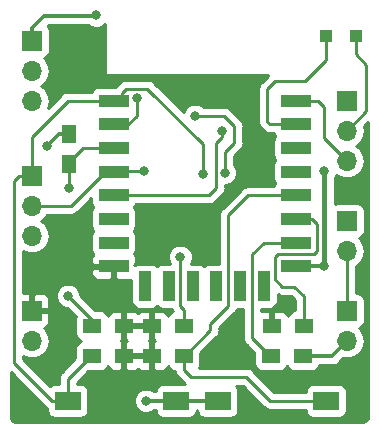
<source format=gbr>
G04 #@! TF.GenerationSoftware,KiCad,Pcbnew,(5.0.1-3-g963ef8bb5)*
G04 #@! TF.CreationDate,2019-01-23T22:51:25-05:00*
G04 #@! TF.ProjectId,WaterSpill,57617465725370696C6C2E6B69636164,rev?*
G04 #@! TF.SameCoordinates,Original*
G04 #@! TF.FileFunction,Copper,L1,Top,Signal*
G04 #@! TF.FilePolarity,Positive*
%FSLAX46Y46*%
G04 Gerber Fmt 4.6, Leading zero omitted, Abs format (unit mm)*
G04 Created by KiCad (PCBNEW (5.0.1-3-g963ef8bb5)) date Wednesday, January 23, 2019 at 10:51:25 pm*
%MOMM*%
%LPD*%
G01*
G04 APERTURE LIST*
G04 #@! TA.AperFunction,ComponentPad*
%ADD10O,1.700000X1.700000*%
G04 #@! TD*
G04 #@! TA.AperFunction,ComponentPad*
%ADD11R,1.700000X1.700000*%
G04 #@! TD*
G04 #@! TA.AperFunction,SMDPad,CuDef*
%ADD12R,1.250000X1.500000*%
G04 #@! TD*
G04 #@! TA.AperFunction,SMDPad,CuDef*
%ADD13R,1.000000X1.000000*%
G04 #@! TD*
G04 #@! TA.AperFunction,SMDPad,CuDef*
%ADD14R,1.500000X1.300000*%
G04 #@! TD*
G04 #@! TA.AperFunction,SMDPad,CuDef*
%ADD15R,2.180000X1.600000*%
G04 #@! TD*
G04 #@! TA.AperFunction,SMDPad,CuDef*
%ADD16R,2.500000X1.100000*%
G04 #@! TD*
G04 #@! TA.AperFunction,SMDPad,CuDef*
%ADD17R,1.100000X2.500000*%
G04 #@! TD*
G04 #@! TA.AperFunction,ViaPad*
%ADD18C,0.800000*%
G04 #@! TD*
G04 #@! TA.AperFunction,Conductor*
%ADD19C,0.350000*%
G04 #@! TD*
G04 #@! TA.AperFunction,Conductor*
%ADD20C,0.450000*%
G04 #@! TD*
G04 #@! TA.AperFunction,Conductor*
%ADD21C,0.250000*%
G04 #@! TD*
G04 #@! TA.AperFunction,Conductor*
%ADD22C,0.254000*%
G04 #@! TD*
G04 APERTURE END LIST*
D10*
G04 #@! TO.P,BT1,2*
G04 #@! TO.N,GND*
X30480000Y-45720000D03*
D11*
G04 #@! TO.P,BT1,1*
G04 #@! TO.N,VCC*
X30480000Y-43180000D03*
G04 #@! TD*
D12*
G04 #@! TO.P,C1,2*
G04 #@! TO.N,GND*
X33655000Y-28214000D03*
G04 #@! TO.P,C1,1*
G04 #@! TO.N,Net-(C1-Pad1)*
X33655000Y-30714000D03*
G04 #@! TD*
D13*
G04 #@! TO.P,D1,2*
G04 #@! TO.N,RXD*
X55392000Y-19939000D03*
G04 #@! TO.P,D1,1*
G04 #@! TO.N,Net-(D1-Pad1)*
X57892000Y-19939000D03*
G04 #@! TD*
D10*
G04 #@! TO.P,J1,3*
G04 #@! TO.N,TXD*
X57150000Y-30480000D03*
G04 #@! TO.P,J1,2*
G04 #@! TO.N,Net-(D1-Pad1)*
X57150000Y-27940000D03*
D11*
G04 #@! TO.P,J1,1*
G04 #@! TO.N,GND*
X57150000Y-25400000D03*
G04 #@! TD*
D10*
G04 #@! TO.P,J2,2*
G04 #@! TO.N,GND*
X57150000Y-45720000D03*
D11*
G04 #@! TO.P,J2,1*
G04 #@! TO.N,Net-(J2-Pad1)*
X57150000Y-43180000D03*
G04 #@! TD*
D10*
G04 #@! TO.P,J3,3*
G04 #@! TO.N,Net-(J3-Pad3)*
X30480000Y-25400000D03*
G04 #@! TO.P,J3,2*
G04 #@! TO.N,ADC*
X30480000Y-22860000D03*
D11*
G04 #@! TO.P,J3,1*
G04 #@! TO.N,GND*
X30480000Y-20320000D03*
G04 #@! TD*
G04 #@! TO.P,J4,1*
G04 #@! TO.N,RESET*
X30480000Y-31750000D03*
D10*
G04 #@! TO.P,J4,2*
G04 #@! TO.N,GPIO_16*
X30480000Y-34290000D03*
G04 #@! TO.P,J4,3*
G04 #@! TO.N,Net-(J4-Pad3)*
X30480000Y-36830000D03*
G04 #@! TD*
D11*
G04 #@! TO.P,J5,1*
G04 #@! TO.N,Net-(J5-Pad1)*
X57150000Y-35560000D03*
D10*
G04 #@! TO.P,J5,2*
G04 #@! TO.N,Net-(J2-Pad1)*
X57150000Y-38100000D03*
G04 #@! TD*
D14*
G04 #@! TO.P,R1,2*
G04 #@! TO.N,Net-(C1-Pad1)*
X35560000Y-44450000D03*
G04 #@! TO.P,R1,1*
G04 #@! TO.N,VCC*
X38260000Y-44450000D03*
G04 #@! TD*
G04 #@! TO.P,R2,1*
G04 #@! TO.N,VCC*
X38260000Y-46990000D03*
G04 #@! TO.P,R2,2*
G04 #@! TO.N,RESET*
X35560000Y-46990000D03*
G04 #@! TD*
G04 #@! TO.P,R3,2*
G04 #@! TO.N,GPIO_16*
X43340000Y-44450000D03*
G04 #@! TO.P,R3,1*
G04 #@! TO.N,VCC*
X40640000Y-44450000D03*
G04 #@! TD*
G04 #@! TO.P,R4,2*
G04 #@! TO.N,GPIO_0*
X43340000Y-46990000D03*
G04 #@! TO.P,R4,1*
G04 #@! TO.N,VCC*
X40640000Y-46990000D03*
G04 #@! TD*
G04 #@! TO.P,R5,2*
G04 #@! TO.N,Net-(R5-Pad2)*
X53500000Y-44450000D03*
G04 #@! TO.P,R5,1*
G04 #@! TO.N,VCC*
X50800000Y-44450000D03*
G04 #@! TD*
G04 #@! TO.P,R6,1*
G04 #@! TO.N,Net-(R6-Pad1)*
X50720000Y-46990000D03*
G04 #@! TO.P,R6,2*
G04 #@! TO.N,GND*
X53420000Y-46990000D03*
G04 #@! TD*
D15*
G04 #@! TO.P,SW1,2*
G04 #@! TO.N,GND*
X46210000Y-50800000D03*
G04 #@! TO.P,SW1,1*
G04 #@! TO.N,GPIO_0*
X55390000Y-50800000D03*
G04 #@! TD*
G04 #@! TO.P,SW2,1*
G04 #@! TO.N,RESET*
X33510000Y-50800000D03*
G04 #@! TO.P,SW2,2*
G04 #@! TO.N,GND*
X42690000Y-50800000D03*
G04 #@! TD*
D16*
G04 #@! TO.P,U1,1*
G04 #@! TO.N,RESET*
X37400000Y-25400000D03*
G04 #@! TO.P,U1,2*
G04 #@! TO.N,ADC*
X37400000Y-27400000D03*
G04 #@! TO.P,U1,3*
G04 #@! TO.N,Net-(C1-Pad1)*
X37400000Y-29400000D03*
G04 #@! TO.P,U1,4*
G04 #@! TO.N,GPIO_16*
X37400000Y-31400000D03*
G04 #@! TO.P,U1,5*
G04 #@! TO.N,GPIO_14*
X37400000Y-33400000D03*
G04 #@! TO.P,U1,6*
G04 #@! TO.N,Net-(U1-Pad6)*
X37400000Y-35400000D03*
G04 #@! TO.P,U1,7*
G04 #@! TO.N,Net-(U1-Pad7)*
X37400000Y-37400000D03*
G04 #@! TO.P,U1,8*
G04 #@! TO.N,VCC*
X37400000Y-39400000D03*
G04 #@! TO.P,U1,9*
G04 #@! TO.N,GND*
X52800000Y-39400000D03*
G04 #@! TO.P,U1,10*
G04 #@! TO.N,Net-(R6-Pad1)*
X52800000Y-37400000D03*
G04 #@! TO.P,U1,11*
G04 #@! TO.N,Net-(R5-Pad2)*
X52800000Y-35400000D03*
G04 #@! TO.P,U1,12*
G04 #@! TO.N,GPIO_0*
X52800000Y-33400000D03*
G04 #@! TO.P,U1,13*
G04 #@! TO.N,Net-(U1-Pad13)*
X52800000Y-31400000D03*
G04 #@! TO.P,U1,14*
G04 #@! TO.N,Net-(U1-Pad14)*
X52800000Y-29400000D03*
G04 #@! TO.P,U1,15*
G04 #@! TO.N,RXD*
X52800000Y-27400000D03*
G04 #@! TO.P,U1,16*
G04 #@! TO.N,TXD*
X52800000Y-25400000D03*
D17*
G04 #@! TO.P,U1,17*
G04 #@! TO.N,Net-(U1-Pad17)*
X40090000Y-41100000D03*
G04 #@! TO.P,U1,18*
G04 #@! TO.N,Net-(U1-Pad18)*
X42090000Y-41100000D03*
G04 #@! TO.P,U1,19*
G04 #@! TO.N,Net-(U1-Pad19)*
X44090000Y-41100000D03*
G04 #@! TO.P,U1,20*
G04 #@! TO.N,Net-(U1-Pad20)*
X46090000Y-41100000D03*
G04 #@! TO.P,U1,21*
G04 #@! TO.N,Net-(U1-Pad21)*
X48090000Y-41100000D03*
G04 #@! TO.P,U1,22*
G04 #@! TO.N,Net-(U1-Pad22)*
X50090000Y-41100000D03*
G04 #@! TD*
D18*
G04 #@! TO.N,GND*
X40132000Y-50800000D03*
X35941000Y-18161000D03*
X31750000Y-29210000D03*
X55245000Y-31369000D03*
X55245000Y-39370000D03*
G04 #@! TO.N,VCC*
X45085000Y-38100000D03*
X46990000Y-44958000D03*
X52070000Y-42291000D03*
X45720000Y-24384000D03*
G04 #@! TO.N,Net-(C1-Pad1)*
X33655000Y-32766000D03*
X33528000Y-41910000D03*
G04 #@! TO.N,GPIO_14*
X46609000Y-27940000D03*
G04 #@! TO.N,ADC*
X39370000Y-25146000D03*
G04 #@! TO.N,RESET*
X44958000Y-31623000D03*
G04 #@! TO.N,GPIO_16*
X43053000Y-38608000D03*
X40005000Y-31369000D03*
G04 #@! TO.N,Net-(U2-Pad13)*
X44323000Y-26670000D03*
X46826000Y-31496000D03*
G04 #@! TD*
D19*
G04 #@! TO.N,GND*
X44030000Y-50800000D02*
X46210000Y-50800000D01*
X42690000Y-50800000D02*
X44030000Y-50800000D01*
X55880000Y-46990000D02*
X57150000Y-45720000D01*
X53420000Y-46990000D02*
X55880000Y-46990000D01*
X42690000Y-50800000D02*
X40132000Y-50800000D01*
X52100000Y-39400000D02*
X55088000Y-39400000D01*
X30480000Y-19220000D02*
X31496000Y-18204000D01*
X30480000Y-20320000D02*
X30480000Y-19220000D01*
X35898000Y-18204000D02*
X35941000Y-18161000D01*
X31496000Y-18204000D02*
X35898000Y-18204000D01*
X32746000Y-28214000D02*
X31750000Y-29210000D01*
X33655000Y-28214000D02*
X32746000Y-28214000D01*
D20*
X55245000Y-31369000D02*
X55245000Y-38735000D01*
X55245000Y-38735000D02*
X55245000Y-39370000D01*
D19*
G04 #@! TO.N,VCC*
X45085000Y-38100000D02*
X44685001Y-37700001D01*
D21*
G04 #@! TO.N,Net-(C1-Pad1)*
X33655000Y-30589000D02*
X33655000Y-30714000D01*
X34844000Y-29400000D02*
X33655000Y-30589000D01*
X38100000Y-29400000D02*
X34844000Y-29400000D01*
X33655000Y-30714000D02*
X33655000Y-32766000D01*
X35560000Y-43942000D02*
X35560000Y-44450000D01*
X33528000Y-41910000D02*
X35560000Y-43942000D01*
G04 #@! TO.N,GPIO_14*
X43054000Y-33400000D02*
X38100000Y-33400000D01*
X45467000Y-33400000D02*
X43054000Y-33400000D01*
X46609000Y-28505685D02*
X46101000Y-29013685D01*
X46609000Y-27940000D02*
X46609000Y-28505685D01*
X46101000Y-32766000D02*
X45467000Y-33400000D01*
X46101000Y-29013685D02*
X46101000Y-32766000D01*
G04 #@! TO.N,ADC*
X38100000Y-27400000D02*
X38640000Y-27400000D01*
X38640000Y-27400000D02*
X39370000Y-26670000D01*
X39370000Y-26670000D02*
X39370000Y-25146000D01*
G04 #@! TO.N,RXD*
X50419000Y-24384000D02*
X51054000Y-23749000D01*
X55392000Y-21951000D02*
X55392000Y-19939000D01*
X51054000Y-23749000D02*
X53594000Y-23749000D01*
X50641000Y-27400000D02*
X50419000Y-27178000D01*
X53594000Y-23749000D02*
X55392000Y-21951000D01*
X50419000Y-27178000D02*
X50419000Y-24384000D01*
X52100000Y-27400000D02*
X50641000Y-27400000D01*
G04 #@! TO.N,Net-(D1-Pad1)*
X58801000Y-26289000D02*
X57150000Y-27940000D01*
X58801000Y-26289000D02*
X58801000Y-22352000D01*
X57892000Y-21443000D02*
X57892000Y-19939000D01*
X58801000Y-22352000D02*
X57892000Y-21443000D01*
G04 #@! TO.N,TXD*
X53185002Y-25400000D02*
X52100000Y-25400000D01*
X54737000Y-25400000D02*
X52100000Y-25400000D01*
X55245000Y-25908000D02*
X54737000Y-25400000D01*
X55245000Y-28575000D02*
X55245000Y-25908000D01*
X57150000Y-30480000D02*
X55245000Y-28575000D01*
G04 #@! TO.N,Net-(J2-Pad1)*
X57150000Y-43180000D02*
X57150000Y-38100000D01*
G04 #@! TO.N,RESET*
X28956000Y-47586000D02*
X28956000Y-32174000D01*
X29380000Y-31750000D02*
X30480000Y-31750000D01*
X32170000Y-50800000D02*
X28956000Y-47586000D01*
X28956000Y-32174000D02*
X29380000Y-31750000D01*
X33510000Y-50800000D02*
X32170000Y-50800000D01*
X35460000Y-46990000D02*
X35560000Y-46990000D01*
X33510000Y-48940000D02*
X35460000Y-46990000D01*
X33510000Y-50800000D02*
X33510000Y-48940000D01*
X33528000Y-25400000D02*
X38100000Y-25400000D01*
X30480000Y-28448000D02*
X33528000Y-25400000D01*
X30480000Y-31750000D02*
X30480000Y-28448000D01*
X38100000Y-24765000D02*
X38100000Y-25400000D01*
X40259000Y-24384000D02*
X38481000Y-24384000D01*
X38481000Y-24384000D02*
X38100000Y-24765000D01*
X44958000Y-29083000D02*
X40259000Y-24384000D01*
X44958000Y-31623000D02*
X44958000Y-29083000D01*
G04 #@! TO.N,GPIO_16*
X38131000Y-31369000D02*
X38100000Y-31400000D01*
X40005000Y-31369000D02*
X38131000Y-31369000D01*
X33782000Y-34290000D02*
X36672000Y-31400000D01*
X36672000Y-31400000D02*
X38100000Y-31400000D01*
X30480000Y-34290000D02*
X33782000Y-34290000D01*
X43053000Y-42799000D02*
X43340000Y-43086000D01*
X43340000Y-43086000D02*
X43340000Y-44450000D01*
X43053000Y-38608000D02*
X43053000Y-42799000D01*
G04 #@! TO.N,GPIO_0*
X43340000Y-48166000D02*
X43340000Y-46990000D01*
X43942000Y-48768000D02*
X43340000Y-48166000D01*
X48641000Y-48768000D02*
X43942000Y-48768000D01*
X50673000Y-50800000D02*
X48641000Y-48768000D01*
X55390000Y-50800000D02*
X50673000Y-50800000D01*
X52100000Y-33400000D02*
X48769000Y-33400000D01*
X48769000Y-33400000D02*
X47117000Y-35052000D01*
X47117000Y-35052000D02*
X47117000Y-42799000D01*
X47117000Y-42799000D02*
X45593000Y-44323000D01*
X43440000Y-46990000D02*
X43340000Y-46990000D01*
X45593000Y-44837000D02*
X43440000Y-46990000D01*
X45593000Y-44323000D02*
X45593000Y-44837000D01*
G04 #@! TO.N,Net-(R5-Pad2)*
X51054000Y-40513000D02*
X51689000Y-41148000D01*
X51308000Y-38354000D02*
X51054000Y-38608000D01*
X51054000Y-38608000D02*
X51054000Y-40513000D01*
X54610000Y-35814000D02*
X54610000Y-38100000D01*
X54356000Y-38354000D02*
X51308000Y-38354000D01*
X52705000Y-41148000D02*
X53500000Y-41943000D01*
X54610000Y-38100000D02*
X54356000Y-38354000D01*
X53500000Y-41943000D02*
X53500000Y-44450000D01*
X51689000Y-41148000D02*
X52705000Y-41148000D01*
X54196000Y-35400000D02*
X54610000Y-35814000D01*
X52100000Y-35400000D02*
X54196000Y-35400000D01*
G04 #@! TO.N,Net-(R6-Pad1)*
X52100000Y-37400000D02*
X50103000Y-37400000D01*
X50103000Y-37400000D02*
X49149000Y-38354000D01*
X50620000Y-46990000D02*
X50720000Y-46990000D01*
X49149000Y-45519000D02*
X50620000Y-46990000D01*
X49149000Y-38354000D02*
X49149000Y-45519000D01*
G04 #@! TO.N,Net-(U2-Pad13)*
X44323000Y-26670000D02*
X46736000Y-26670000D01*
X46736000Y-26670000D02*
X47625000Y-27559000D01*
X47625000Y-27559000D02*
X47625000Y-28956000D01*
X46826000Y-29755000D02*
X46826000Y-31496000D01*
X47625000Y-28956000D02*
X46826000Y-29755000D01*
G04 #@! TD*
D22*
G04 #@! TO.N,VCC*
G36*
X58955001Y-52142388D02*
X58955681Y-52145804D01*
X58935935Y-52257787D01*
X58840596Y-52422919D01*
X58694524Y-52545488D01*
X58517366Y-52609968D01*
X58492388Y-52605000D01*
X29137612Y-52605000D01*
X29134193Y-52605680D01*
X29022213Y-52585935D01*
X28857081Y-52490596D01*
X28734512Y-52344524D01*
X28670032Y-52167366D01*
X28675000Y-52142388D01*
X28675000Y-48379801D01*
X31579673Y-51284476D01*
X31622071Y-51347929D01*
X31685524Y-51390327D01*
X31685526Y-51390329D01*
X31772560Y-51448483D01*
X31772560Y-51600000D01*
X31821843Y-51847765D01*
X31962191Y-52057809D01*
X32172235Y-52198157D01*
X32420000Y-52247440D01*
X34600000Y-52247440D01*
X34847765Y-52198157D01*
X35057809Y-52057809D01*
X35198157Y-51847765D01*
X35247440Y-51600000D01*
X35247440Y-50000000D01*
X35198157Y-49752235D01*
X35057809Y-49542191D01*
X34847765Y-49401843D01*
X34600000Y-49352560D01*
X34270000Y-49352560D01*
X34270000Y-49254801D01*
X35237362Y-48287440D01*
X36310000Y-48287440D01*
X36557765Y-48238157D01*
X36767809Y-48097809D01*
X36908157Y-47887765D01*
X36913721Y-47859791D01*
X36971673Y-47999699D01*
X37150302Y-48178327D01*
X37383691Y-48275000D01*
X37974250Y-48275000D01*
X38133000Y-48116250D01*
X38133000Y-47117000D01*
X38387000Y-47117000D01*
X38387000Y-48116250D01*
X38545750Y-48275000D01*
X39136309Y-48275000D01*
X39369698Y-48178327D01*
X39450000Y-48098025D01*
X39530302Y-48178327D01*
X39763691Y-48275000D01*
X40354250Y-48275000D01*
X40513000Y-48116250D01*
X40513000Y-47117000D01*
X38387000Y-47117000D01*
X38133000Y-47117000D01*
X38113000Y-47117000D01*
X38113000Y-46863000D01*
X38133000Y-46863000D01*
X38133000Y-45863750D01*
X37989250Y-45720000D01*
X38133000Y-45576250D01*
X38133000Y-44577000D01*
X38387000Y-44577000D01*
X38387000Y-45576250D01*
X38530750Y-45720000D01*
X38387000Y-45863750D01*
X38387000Y-46863000D01*
X40513000Y-46863000D01*
X40513000Y-45863750D01*
X40369250Y-45720000D01*
X40513000Y-45576250D01*
X40513000Y-44577000D01*
X38387000Y-44577000D01*
X38133000Y-44577000D01*
X38113000Y-44577000D01*
X38113000Y-44323000D01*
X38133000Y-44323000D01*
X38133000Y-43323750D01*
X38387000Y-43323750D01*
X38387000Y-44323000D01*
X40513000Y-44323000D01*
X40513000Y-43323750D01*
X40354250Y-43165000D01*
X39763691Y-43165000D01*
X39530302Y-43261673D01*
X39450000Y-43341975D01*
X39369698Y-43261673D01*
X39136309Y-43165000D01*
X38545750Y-43165000D01*
X38387000Y-43323750D01*
X38133000Y-43323750D01*
X37974250Y-43165000D01*
X37383691Y-43165000D01*
X37150302Y-43261673D01*
X36971673Y-43440301D01*
X36913721Y-43580209D01*
X36908157Y-43552235D01*
X36767809Y-43342191D01*
X36557765Y-43201843D01*
X36310000Y-43152560D01*
X35845362Y-43152560D01*
X34563000Y-41870199D01*
X34563000Y-41704126D01*
X34405431Y-41323720D01*
X34114280Y-41032569D01*
X33733874Y-40875000D01*
X33322126Y-40875000D01*
X32941720Y-41032569D01*
X32650569Y-41323720D01*
X32493000Y-41704126D01*
X32493000Y-42115874D01*
X32650569Y-42496280D01*
X32941720Y-42787431D01*
X33322126Y-42945000D01*
X33488199Y-42945000D01*
X34192530Y-43649331D01*
X34162560Y-43800000D01*
X34162560Y-45100000D01*
X34211843Y-45347765D01*
X34352191Y-45557809D01*
X34562235Y-45698157D01*
X34672048Y-45720000D01*
X34562235Y-45741843D01*
X34352191Y-45882191D01*
X34211843Y-46092235D01*
X34162560Y-46340000D01*
X34162560Y-47212638D01*
X33025528Y-48349671D01*
X32962072Y-48392071D01*
X32919672Y-48455527D01*
X32919671Y-48455528D01*
X32794097Y-48643463D01*
X32735112Y-48940000D01*
X32750001Y-49014852D01*
X32750001Y-49352560D01*
X32420000Y-49352560D01*
X32172235Y-49401843D01*
X31977059Y-49532256D01*
X29716000Y-47271199D01*
X29716000Y-46995505D01*
X29900582Y-47118839D01*
X30333744Y-47205000D01*
X30626256Y-47205000D01*
X31059418Y-47118839D01*
X31550625Y-46790625D01*
X31878839Y-46299418D01*
X31994092Y-45720000D01*
X31878839Y-45140582D01*
X31550625Y-44649375D01*
X31528967Y-44634904D01*
X31689698Y-44568327D01*
X31868327Y-44389699D01*
X31965000Y-44156310D01*
X31965000Y-43465750D01*
X31806250Y-43307000D01*
X30607000Y-43307000D01*
X30607000Y-43327000D01*
X30353000Y-43327000D01*
X30353000Y-43307000D01*
X30333000Y-43307000D01*
X30333000Y-43053000D01*
X30353000Y-43053000D01*
X30353000Y-41853750D01*
X30607000Y-41853750D01*
X30607000Y-43053000D01*
X31806250Y-43053000D01*
X31965000Y-42894250D01*
X31965000Y-42203690D01*
X31868327Y-41970301D01*
X31689698Y-41791673D01*
X31456309Y-41695000D01*
X30765750Y-41695000D01*
X30607000Y-41853750D01*
X30353000Y-41853750D01*
X30194250Y-41695000D01*
X29716000Y-41695000D01*
X29716000Y-39685750D01*
X35515000Y-39685750D01*
X35515000Y-40076310D01*
X35611673Y-40309699D01*
X35790302Y-40488327D01*
X36023691Y-40585000D01*
X37114250Y-40585000D01*
X37273000Y-40426250D01*
X37273000Y-39527000D01*
X35673750Y-39527000D01*
X35515000Y-39685750D01*
X29716000Y-39685750D01*
X29716000Y-38105505D01*
X29900582Y-38228839D01*
X30333744Y-38315000D01*
X30626256Y-38315000D01*
X31059418Y-38228839D01*
X31550625Y-37900625D01*
X31878839Y-37409418D01*
X31994092Y-36830000D01*
X31878839Y-36250582D01*
X31550625Y-35759375D01*
X31252239Y-35560000D01*
X31550625Y-35360625D01*
X31758178Y-35050000D01*
X33707153Y-35050000D01*
X33782000Y-35064888D01*
X33856847Y-35050000D01*
X33856852Y-35050000D01*
X34078537Y-35005904D01*
X34329929Y-34837929D01*
X34372331Y-34774470D01*
X35502560Y-33644241D01*
X35502560Y-33950000D01*
X35551843Y-34197765D01*
X35686973Y-34400000D01*
X35551843Y-34602235D01*
X35502560Y-34850000D01*
X35502560Y-35950000D01*
X35551843Y-36197765D01*
X35686973Y-36400000D01*
X35551843Y-36602235D01*
X35502560Y-36850000D01*
X35502560Y-37950000D01*
X35551843Y-38197765D01*
X35692191Y-38407809D01*
X35693375Y-38408600D01*
X35611673Y-38490301D01*
X35515000Y-38723690D01*
X35515000Y-39114250D01*
X35673750Y-39273000D01*
X37273000Y-39273000D01*
X37273000Y-39253000D01*
X37527000Y-39253000D01*
X37527000Y-39273000D01*
X37547000Y-39273000D01*
X37547000Y-39527000D01*
X37527000Y-39527000D01*
X37527000Y-40426250D01*
X37685750Y-40585000D01*
X38776309Y-40585000D01*
X38892560Y-40536847D01*
X38892560Y-42350000D01*
X38941843Y-42597765D01*
X39082191Y-42807809D01*
X39292235Y-42948157D01*
X39540000Y-42997440D01*
X40640000Y-42997440D01*
X40887765Y-42948157D01*
X41090000Y-42813027D01*
X41292235Y-42948157D01*
X41540000Y-42997440D01*
X42317584Y-42997440D01*
X42337097Y-43095537D01*
X42400398Y-43190274D01*
X42342235Y-43201843D01*
X42132191Y-43342191D01*
X41991843Y-43552235D01*
X41986279Y-43580209D01*
X41928327Y-43440301D01*
X41749698Y-43261673D01*
X41516309Y-43165000D01*
X40925750Y-43165000D01*
X40767000Y-43323750D01*
X40767000Y-44323000D01*
X40787000Y-44323000D01*
X40787000Y-44577000D01*
X40767000Y-44577000D01*
X40767000Y-45576250D01*
X40910750Y-45720000D01*
X40767000Y-45863750D01*
X40767000Y-46863000D01*
X40787000Y-46863000D01*
X40787000Y-47117000D01*
X40767000Y-47117000D01*
X40767000Y-48116250D01*
X40925750Y-48275000D01*
X41516309Y-48275000D01*
X41749698Y-48178327D01*
X41928327Y-47999699D01*
X41986279Y-47859791D01*
X41991843Y-47887765D01*
X42132191Y-48097809D01*
X42342235Y-48238157D01*
X42589237Y-48287288D01*
X42624096Y-48462536D01*
X42792071Y-48713929D01*
X42855530Y-48756331D01*
X43351670Y-49252472D01*
X43394071Y-49315929D01*
X43448893Y-49352560D01*
X41600000Y-49352560D01*
X41352235Y-49401843D01*
X41142191Y-49542191D01*
X41001843Y-49752235D01*
X40954549Y-49990000D01*
X40785711Y-49990000D01*
X40718280Y-49922569D01*
X40337874Y-49765000D01*
X39926126Y-49765000D01*
X39545720Y-49922569D01*
X39254569Y-50213720D01*
X39097000Y-50594126D01*
X39097000Y-51005874D01*
X39254569Y-51386280D01*
X39545720Y-51677431D01*
X39926126Y-51835000D01*
X40337874Y-51835000D01*
X40718280Y-51677431D01*
X40785711Y-51610000D01*
X40954549Y-51610000D01*
X41001843Y-51847765D01*
X41142191Y-52057809D01*
X41352235Y-52198157D01*
X41600000Y-52247440D01*
X43780000Y-52247440D01*
X44027765Y-52198157D01*
X44237809Y-52057809D01*
X44378157Y-51847765D01*
X44425451Y-51610000D01*
X44474549Y-51610000D01*
X44521843Y-51847765D01*
X44662191Y-52057809D01*
X44872235Y-52198157D01*
X45120000Y-52247440D01*
X47300000Y-52247440D01*
X47547765Y-52198157D01*
X47757809Y-52057809D01*
X47898157Y-51847765D01*
X47947440Y-51600000D01*
X47947440Y-50000000D01*
X47898157Y-49752235D01*
X47757809Y-49542191D01*
X47736571Y-49528000D01*
X48326199Y-49528000D01*
X50082671Y-51284473D01*
X50125071Y-51347929D01*
X50376463Y-51515904D01*
X50598148Y-51560000D01*
X50598153Y-51560000D01*
X50673000Y-51574888D01*
X50747847Y-51560000D01*
X53652560Y-51560000D01*
X53652560Y-51600000D01*
X53701843Y-51847765D01*
X53842191Y-52057809D01*
X54052235Y-52198157D01*
X54300000Y-52247440D01*
X56480000Y-52247440D01*
X56727765Y-52198157D01*
X56937809Y-52057809D01*
X57078157Y-51847765D01*
X57127440Y-51600000D01*
X57127440Y-50000000D01*
X57078157Y-49752235D01*
X56937809Y-49542191D01*
X56727765Y-49401843D01*
X56480000Y-49352560D01*
X54300000Y-49352560D01*
X54052235Y-49401843D01*
X53842191Y-49542191D01*
X53701843Y-49752235D01*
X53652560Y-50000000D01*
X53652560Y-50040000D01*
X50987802Y-50040000D01*
X49231331Y-48283530D01*
X49188929Y-48220071D01*
X48937537Y-48052096D01*
X48715852Y-48008000D01*
X48715847Y-48008000D01*
X48641000Y-47993112D01*
X48566153Y-48008000D01*
X44607818Y-48008000D01*
X44688157Y-47887765D01*
X44737440Y-47640000D01*
X44737440Y-46767361D01*
X46077473Y-45427329D01*
X46140929Y-45384929D01*
X46246915Y-45226310D01*
X46308904Y-45133538D01*
X46335878Y-44997929D01*
X46353000Y-44911852D01*
X46353000Y-44911848D01*
X46367888Y-44837000D01*
X46353000Y-44762152D01*
X46353000Y-44637801D01*
X47601476Y-43389327D01*
X47664929Y-43346929D01*
X47707327Y-43283476D01*
X47707329Y-43283474D01*
X47832903Y-43095538D01*
X47832904Y-43095537D01*
X47852417Y-42997440D01*
X48389001Y-42997440D01*
X48389001Y-45444148D01*
X48374112Y-45519000D01*
X48389001Y-45593852D01*
X48433097Y-45815537D01*
X48601072Y-46066929D01*
X48664528Y-46109329D01*
X49322560Y-46767361D01*
X49322560Y-47640000D01*
X49371843Y-47887765D01*
X49512191Y-48097809D01*
X49722235Y-48238157D01*
X49970000Y-48287440D01*
X51470000Y-48287440D01*
X51717765Y-48238157D01*
X51927809Y-48097809D01*
X52068157Y-47887765D01*
X52070000Y-47878500D01*
X52071843Y-47887765D01*
X52212191Y-48097809D01*
X52422235Y-48238157D01*
X52670000Y-48287440D01*
X54170000Y-48287440D01*
X54417765Y-48238157D01*
X54627809Y-48097809D01*
X54768157Y-47887765D01*
X54785614Y-47800000D01*
X55800227Y-47800000D01*
X55880000Y-47815868D01*
X55959773Y-47800000D01*
X55959774Y-47800000D01*
X56196046Y-47753003D01*
X56463977Y-47573977D01*
X56509168Y-47506344D01*
X56842571Y-47172941D01*
X57003744Y-47205000D01*
X57296256Y-47205000D01*
X57729418Y-47118839D01*
X58220625Y-46790625D01*
X58548839Y-46299418D01*
X58664092Y-45720000D01*
X58548839Y-45140582D01*
X58220625Y-44649375D01*
X58202381Y-44637184D01*
X58247765Y-44628157D01*
X58457809Y-44487809D01*
X58598157Y-44277765D01*
X58647440Y-44030000D01*
X58647440Y-42330000D01*
X58598157Y-42082235D01*
X58457809Y-41872191D01*
X58247765Y-41731843D01*
X58000000Y-41682560D01*
X57910000Y-41682560D01*
X57910000Y-39378178D01*
X58220625Y-39170625D01*
X58548839Y-38679418D01*
X58664092Y-38100000D01*
X58548839Y-37520582D01*
X58220625Y-37029375D01*
X58202381Y-37017184D01*
X58247765Y-37008157D01*
X58457809Y-36867809D01*
X58598157Y-36657765D01*
X58647440Y-36410000D01*
X58647440Y-34710000D01*
X58598157Y-34462235D01*
X58457809Y-34252191D01*
X58247765Y-34111843D01*
X58000000Y-34062560D01*
X56300000Y-34062560D01*
X56105000Y-34101348D01*
X56105000Y-31972711D01*
X56122431Y-31955280D01*
X56244377Y-31660876D01*
X56570582Y-31878839D01*
X57003744Y-31965000D01*
X57296256Y-31965000D01*
X57729418Y-31878839D01*
X58220625Y-31550625D01*
X58548839Y-31059418D01*
X58664092Y-30480000D01*
X58548839Y-29900582D01*
X58220625Y-29409375D01*
X57922239Y-29210000D01*
X58220625Y-29010625D01*
X58548839Y-28519418D01*
X58664092Y-27940000D01*
X58591209Y-27573592D01*
X58955000Y-27209801D01*
X58955001Y-52142388D01*
X58955001Y-52142388D01*
G37*
X58955001Y-52142388D02*
X58955681Y-52145804D01*
X58935935Y-52257787D01*
X58840596Y-52422919D01*
X58694524Y-52545488D01*
X58517366Y-52609968D01*
X58492388Y-52605000D01*
X29137612Y-52605000D01*
X29134193Y-52605680D01*
X29022213Y-52585935D01*
X28857081Y-52490596D01*
X28734512Y-52344524D01*
X28670032Y-52167366D01*
X28675000Y-52142388D01*
X28675000Y-48379801D01*
X31579673Y-51284476D01*
X31622071Y-51347929D01*
X31685524Y-51390327D01*
X31685526Y-51390329D01*
X31772560Y-51448483D01*
X31772560Y-51600000D01*
X31821843Y-51847765D01*
X31962191Y-52057809D01*
X32172235Y-52198157D01*
X32420000Y-52247440D01*
X34600000Y-52247440D01*
X34847765Y-52198157D01*
X35057809Y-52057809D01*
X35198157Y-51847765D01*
X35247440Y-51600000D01*
X35247440Y-50000000D01*
X35198157Y-49752235D01*
X35057809Y-49542191D01*
X34847765Y-49401843D01*
X34600000Y-49352560D01*
X34270000Y-49352560D01*
X34270000Y-49254801D01*
X35237362Y-48287440D01*
X36310000Y-48287440D01*
X36557765Y-48238157D01*
X36767809Y-48097809D01*
X36908157Y-47887765D01*
X36913721Y-47859791D01*
X36971673Y-47999699D01*
X37150302Y-48178327D01*
X37383691Y-48275000D01*
X37974250Y-48275000D01*
X38133000Y-48116250D01*
X38133000Y-47117000D01*
X38387000Y-47117000D01*
X38387000Y-48116250D01*
X38545750Y-48275000D01*
X39136309Y-48275000D01*
X39369698Y-48178327D01*
X39450000Y-48098025D01*
X39530302Y-48178327D01*
X39763691Y-48275000D01*
X40354250Y-48275000D01*
X40513000Y-48116250D01*
X40513000Y-47117000D01*
X38387000Y-47117000D01*
X38133000Y-47117000D01*
X38113000Y-47117000D01*
X38113000Y-46863000D01*
X38133000Y-46863000D01*
X38133000Y-45863750D01*
X37989250Y-45720000D01*
X38133000Y-45576250D01*
X38133000Y-44577000D01*
X38387000Y-44577000D01*
X38387000Y-45576250D01*
X38530750Y-45720000D01*
X38387000Y-45863750D01*
X38387000Y-46863000D01*
X40513000Y-46863000D01*
X40513000Y-45863750D01*
X40369250Y-45720000D01*
X40513000Y-45576250D01*
X40513000Y-44577000D01*
X38387000Y-44577000D01*
X38133000Y-44577000D01*
X38113000Y-44577000D01*
X38113000Y-44323000D01*
X38133000Y-44323000D01*
X38133000Y-43323750D01*
X38387000Y-43323750D01*
X38387000Y-44323000D01*
X40513000Y-44323000D01*
X40513000Y-43323750D01*
X40354250Y-43165000D01*
X39763691Y-43165000D01*
X39530302Y-43261673D01*
X39450000Y-43341975D01*
X39369698Y-43261673D01*
X39136309Y-43165000D01*
X38545750Y-43165000D01*
X38387000Y-43323750D01*
X38133000Y-43323750D01*
X37974250Y-43165000D01*
X37383691Y-43165000D01*
X37150302Y-43261673D01*
X36971673Y-43440301D01*
X36913721Y-43580209D01*
X36908157Y-43552235D01*
X36767809Y-43342191D01*
X36557765Y-43201843D01*
X36310000Y-43152560D01*
X35845362Y-43152560D01*
X34563000Y-41870199D01*
X34563000Y-41704126D01*
X34405431Y-41323720D01*
X34114280Y-41032569D01*
X33733874Y-40875000D01*
X33322126Y-40875000D01*
X32941720Y-41032569D01*
X32650569Y-41323720D01*
X32493000Y-41704126D01*
X32493000Y-42115874D01*
X32650569Y-42496280D01*
X32941720Y-42787431D01*
X33322126Y-42945000D01*
X33488199Y-42945000D01*
X34192530Y-43649331D01*
X34162560Y-43800000D01*
X34162560Y-45100000D01*
X34211843Y-45347765D01*
X34352191Y-45557809D01*
X34562235Y-45698157D01*
X34672048Y-45720000D01*
X34562235Y-45741843D01*
X34352191Y-45882191D01*
X34211843Y-46092235D01*
X34162560Y-46340000D01*
X34162560Y-47212638D01*
X33025528Y-48349671D01*
X32962072Y-48392071D01*
X32919672Y-48455527D01*
X32919671Y-48455528D01*
X32794097Y-48643463D01*
X32735112Y-48940000D01*
X32750001Y-49014852D01*
X32750001Y-49352560D01*
X32420000Y-49352560D01*
X32172235Y-49401843D01*
X31977059Y-49532256D01*
X29716000Y-47271199D01*
X29716000Y-46995505D01*
X29900582Y-47118839D01*
X30333744Y-47205000D01*
X30626256Y-47205000D01*
X31059418Y-47118839D01*
X31550625Y-46790625D01*
X31878839Y-46299418D01*
X31994092Y-45720000D01*
X31878839Y-45140582D01*
X31550625Y-44649375D01*
X31528967Y-44634904D01*
X31689698Y-44568327D01*
X31868327Y-44389699D01*
X31965000Y-44156310D01*
X31965000Y-43465750D01*
X31806250Y-43307000D01*
X30607000Y-43307000D01*
X30607000Y-43327000D01*
X30353000Y-43327000D01*
X30353000Y-43307000D01*
X30333000Y-43307000D01*
X30333000Y-43053000D01*
X30353000Y-43053000D01*
X30353000Y-41853750D01*
X30607000Y-41853750D01*
X30607000Y-43053000D01*
X31806250Y-43053000D01*
X31965000Y-42894250D01*
X31965000Y-42203690D01*
X31868327Y-41970301D01*
X31689698Y-41791673D01*
X31456309Y-41695000D01*
X30765750Y-41695000D01*
X30607000Y-41853750D01*
X30353000Y-41853750D01*
X30194250Y-41695000D01*
X29716000Y-41695000D01*
X29716000Y-39685750D01*
X35515000Y-39685750D01*
X35515000Y-40076310D01*
X35611673Y-40309699D01*
X35790302Y-40488327D01*
X36023691Y-40585000D01*
X37114250Y-40585000D01*
X37273000Y-40426250D01*
X37273000Y-39527000D01*
X35673750Y-39527000D01*
X35515000Y-39685750D01*
X29716000Y-39685750D01*
X29716000Y-38105505D01*
X29900582Y-38228839D01*
X30333744Y-38315000D01*
X30626256Y-38315000D01*
X31059418Y-38228839D01*
X31550625Y-37900625D01*
X31878839Y-37409418D01*
X31994092Y-36830000D01*
X31878839Y-36250582D01*
X31550625Y-35759375D01*
X31252239Y-35560000D01*
X31550625Y-35360625D01*
X31758178Y-35050000D01*
X33707153Y-35050000D01*
X33782000Y-35064888D01*
X33856847Y-35050000D01*
X33856852Y-35050000D01*
X34078537Y-35005904D01*
X34329929Y-34837929D01*
X34372331Y-34774470D01*
X35502560Y-33644241D01*
X35502560Y-33950000D01*
X35551843Y-34197765D01*
X35686973Y-34400000D01*
X35551843Y-34602235D01*
X35502560Y-34850000D01*
X35502560Y-35950000D01*
X35551843Y-36197765D01*
X35686973Y-36400000D01*
X35551843Y-36602235D01*
X35502560Y-36850000D01*
X35502560Y-37950000D01*
X35551843Y-38197765D01*
X35692191Y-38407809D01*
X35693375Y-38408600D01*
X35611673Y-38490301D01*
X35515000Y-38723690D01*
X35515000Y-39114250D01*
X35673750Y-39273000D01*
X37273000Y-39273000D01*
X37273000Y-39253000D01*
X37527000Y-39253000D01*
X37527000Y-39273000D01*
X37547000Y-39273000D01*
X37547000Y-39527000D01*
X37527000Y-39527000D01*
X37527000Y-40426250D01*
X37685750Y-40585000D01*
X38776309Y-40585000D01*
X38892560Y-40536847D01*
X38892560Y-42350000D01*
X38941843Y-42597765D01*
X39082191Y-42807809D01*
X39292235Y-42948157D01*
X39540000Y-42997440D01*
X40640000Y-42997440D01*
X40887765Y-42948157D01*
X41090000Y-42813027D01*
X41292235Y-42948157D01*
X41540000Y-42997440D01*
X42317584Y-42997440D01*
X42337097Y-43095537D01*
X42400398Y-43190274D01*
X42342235Y-43201843D01*
X42132191Y-43342191D01*
X41991843Y-43552235D01*
X41986279Y-43580209D01*
X41928327Y-43440301D01*
X41749698Y-43261673D01*
X41516309Y-43165000D01*
X40925750Y-43165000D01*
X40767000Y-43323750D01*
X40767000Y-44323000D01*
X40787000Y-44323000D01*
X40787000Y-44577000D01*
X40767000Y-44577000D01*
X40767000Y-45576250D01*
X40910750Y-45720000D01*
X40767000Y-45863750D01*
X40767000Y-46863000D01*
X40787000Y-46863000D01*
X40787000Y-47117000D01*
X40767000Y-47117000D01*
X40767000Y-48116250D01*
X40925750Y-48275000D01*
X41516309Y-48275000D01*
X41749698Y-48178327D01*
X41928327Y-47999699D01*
X41986279Y-47859791D01*
X41991843Y-47887765D01*
X42132191Y-48097809D01*
X42342235Y-48238157D01*
X42589237Y-48287288D01*
X42624096Y-48462536D01*
X42792071Y-48713929D01*
X42855530Y-48756331D01*
X43351670Y-49252472D01*
X43394071Y-49315929D01*
X43448893Y-49352560D01*
X41600000Y-49352560D01*
X41352235Y-49401843D01*
X41142191Y-49542191D01*
X41001843Y-49752235D01*
X40954549Y-49990000D01*
X40785711Y-49990000D01*
X40718280Y-49922569D01*
X40337874Y-49765000D01*
X39926126Y-49765000D01*
X39545720Y-49922569D01*
X39254569Y-50213720D01*
X39097000Y-50594126D01*
X39097000Y-51005874D01*
X39254569Y-51386280D01*
X39545720Y-51677431D01*
X39926126Y-51835000D01*
X40337874Y-51835000D01*
X40718280Y-51677431D01*
X40785711Y-51610000D01*
X40954549Y-51610000D01*
X41001843Y-51847765D01*
X41142191Y-52057809D01*
X41352235Y-52198157D01*
X41600000Y-52247440D01*
X43780000Y-52247440D01*
X44027765Y-52198157D01*
X44237809Y-52057809D01*
X44378157Y-51847765D01*
X44425451Y-51610000D01*
X44474549Y-51610000D01*
X44521843Y-51847765D01*
X44662191Y-52057809D01*
X44872235Y-52198157D01*
X45120000Y-52247440D01*
X47300000Y-52247440D01*
X47547765Y-52198157D01*
X47757809Y-52057809D01*
X47898157Y-51847765D01*
X47947440Y-51600000D01*
X47947440Y-50000000D01*
X47898157Y-49752235D01*
X47757809Y-49542191D01*
X47736571Y-49528000D01*
X48326199Y-49528000D01*
X50082671Y-51284473D01*
X50125071Y-51347929D01*
X50376463Y-51515904D01*
X50598148Y-51560000D01*
X50598153Y-51560000D01*
X50673000Y-51574888D01*
X50747847Y-51560000D01*
X53652560Y-51560000D01*
X53652560Y-51600000D01*
X53701843Y-51847765D01*
X53842191Y-52057809D01*
X54052235Y-52198157D01*
X54300000Y-52247440D01*
X56480000Y-52247440D01*
X56727765Y-52198157D01*
X56937809Y-52057809D01*
X57078157Y-51847765D01*
X57127440Y-51600000D01*
X57127440Y-50000000D01*
X57078157Y-49752235D01*
X56937809Y-49542191D01*
X56727765Y-49401843D01*
X56480000Y-49352560D01*
X54300000Y-49352560D01*
X54052235Y-49401843D01*
X53842191Y-49542191D01*
X53701843Y-49752235D01*
X53652560Y-50000000D01*
X53652560Y-50040000D01*
X50987802Y-50040000D01*
X49231331Y-48283530D01*
X49188929Y-48220071D01*
X48937537Y-48052096D01*
X48715852Y-48008000D01*
X48715847Y-48008000D01*
X48641000Y-47993112D01*
X48566153Y-48008000D01*
X44607818Y-48008000D01*
X44688157Y-47887765D01*
X44737440Y-47640000D01*
X44737440Y-46767361D01*
X46077473Y-45427329D01*
X46140929Y-45384929D01*
X46246915Y-45226310D01*
X46308904Y-45133538D01*
X46335878Y-44997929D01*
X46353000Y-44911852D01*
X46353000Y-44911848D01*
X46367888Y-44837000D01*
X46353000Y-44762152D01*
X46353000Y-44637801D01*
X47601476Y-43389327D01*
X47664929Y-43346929D01*
X47707327Y-43283476D01*
X47707329Y-43283474D01*
X47832903Y-43095538D01*
X47832904Y-43095537D01*
X47852417Y-42997440D01*
X48389001Y-42997440D01*
X48389001Y-45444148D01*
X48374112Y-45519000D01*
X48389001Y-45593852D01*
X48433097Y-45815537D01*
X48601072Y-46066929D01*
X48664528Y-46109329D01*
X49322560Y-46767361D01*
X49322560Y-47640000D01*
X49371843Y-47887765D01*
X49512191Y-48097809D01*
X49722235Y-48238157D01*
X49970000Y-48287440D01*
X51470000Y-48287440D01*
X51717765Y-48238157D01*
X51927809Y-48097809D01*
X52068157Y-47887765D01*
X52070000Y-47878500D01*
X52071843Y-47887765D01*
X52212191Y-48097809D01*
X52422235Y-48238157D01*
X52670000Y-48287440D01*
X54170000Y-48287440D01*
X54417765Y-48238157D01*
X54627809Y-48097809D01*
X54768157Y-47887765D01*
X54785614Y-47800000D01*
X55800227Y-47800000D01*
X55880000Y-47815868D01*
X55959773Y-47800000D01*
X55959774Y-47800000D01*
X56196046Y-47753003D01*
X56463977Y-47573977D01*
X56509168Y-47506344D01*
X56842571Y-47172941D01*
X57003744Y-47205000D01*
X57296256Y-47205000D01*
X57729418Y-47118839D01*
X58220625Y-46790625D01*
X58548839Y-46299418D01*
X58664092Y-45720000D01*
X58548839Y-45140582D01*
X58220625Y-44649375D01*
X58202381Y-44637184D01*
X58247765Y-44628157D01*
X58457809Y-44487809D01*
X58598157Y-44277765D01*
X58647440Y-44030000D01*
X58647440Y-42330000D01*
X58598157Y-42082235D01*
X58457809Y-41872191D01*
X58247765Y-41731843D01*
X58000000Y-41682560D01*
X57910000Y-41682560D01*
X57910000Y-39378178D01*
X58220625Y-39170625D01*
X58548839Y-38679418D01*
X58664092Y-38100000D01*
X58548839Y-37520582D01*
X58220625Y-37029375D01*
X58202381Y-37017184D01*
X58247765Y-37008157D01*
X58457809Y-36867809D01*
X58598157Y-36657765D01*
X58647440Y-36410000D01*
X58647440Y-34710000D01*
X58598157Y-34462235D01*
X58457809Y-34252191D01*
X58247765Y-34111843D01*
X58000000Y-34062560D01*
X56300000Y-34062560D01*
X56105000Y-34101348D01*
X56105000Y-31972711D01*
X56122431Y-31955280D01*
X56244377Y-31660876D01*
X56570582Y-31878839D01*
X57003744Y-31965000D01*
X57296256Y-31965000D01*
X57729418Y-31878839D01*
X58220625Y-31550625D01*
X58548839Y-31059418D01*
X58664092Y-30480000D01*
X58548839Y-29900582D01*
X58220625Y-29409375D01*
X57922239Y-29210000D01*
X58220625Y-29010625D01*
X58548839Y-28519418D01*
X58664092Y-27940000D01*
X58591209Y-27573592D01*
X58955000Y-27209801D01*
X58955001Y-52142388D01*
G36*
X51392463Y-41863904D02*
X51614148Y-41908000D01*
X51614152Y-41908000D01*
X51689000Y-41922888D01*
X51763848Y-41908000D01*
X52390199Y-41908000D01*
X52740000Y-42257802D01*
X52740000Y-43154549D01*
X52502235Y-43201843D01*
X52292191Y-43342191D01*
X52151843Y-43552235D01*
X52146279Y-43580209D01*
X52088327Y-43440301D01*
X51909698Y-43261673D01*
X51676309Y-43165000D01*
X51085750Y-43165000D01*
X50927000Y-43323750D01*
X50927000Y-44323000D01*
X50947000Y-44323000D01*
X50947000Y-44577000D01*
X50927000Y-44577000D01*
X50927000Y-44597000D01*
X50673000Y-44597000D01*
X50673000Y-44577000D01*
X50653000Y-44577000D01*
X50653000Y-44323000D01*
X50673000Y-44323000D01*
X50673000Y-43323750D01*
X50514250Y-43165000D01*
X49923691Y-43165000D01*
X49909000Y-43171085D01*
X49909000Y-42997440D01*
X50640000Y-42997440D01*
X50887765Y-42948157D01*
X51097809Y-42807809D01*
X51238157Y-42597765D01*
X51287440Y-42350000D01*
X51287440Y-41793730D01*
X51392463Y-41863904D01*
X51392463Y-41863904D01*
G37*
X51392463Y-41863904D02*
X51614148Y-41908000D01*
X51614152Y-41908000D01*
X51689000Y-41922888D01*
X51763848Y-41908000D01*
X52390199Y-41908000D01*
X52740000Y-42257802D01*
X52740000Y-43154549D01*
X52502235Y-43201843D01*
X52292191Y-43342191D01*
X52151843Y-43552235D01*
X52146279Y-43580209D01*
X52088327Y-43440301D01*
X51909698Y-43261673D01*
X51676309Y-43165000D01*
X51085750Y-43165000D01*
X50927000Y-43323750D01*
X50927000Y-44323000D01*
X50947000Y-44323000D01*
X50947000Y-44577000D01*
X50927000Y-44577000D01*
X50927000Y-44597000D01*
X50673000Y-44597000D01*
X50673000Y-44577000D01*
X50653000Y-44577000D01*
X50653000Y-44323000D01*
X50673000Y-44323000D01*
X50673000Y-43323750D01*
X50514250Y-43165000D01*
X49923691Y-43165000D01*
X49909000Y-43171085D01*
X49909000Y-42997440D01*
X50640000Y-42997440D01*
X50887765Y-42948157D01*
X51097809Y-42807809D01*
X51238157Y-42597765D01*
X51287440Y-42350000D01*
X51287440Y-41793730D01*
X51392463Y-41863904D01*
G36*
X36703000Y-23114000D02*
X36712667Y-23162601D01*
X36740197Y-23203803D01*
X36781399Y-23231333D01*
X36830000Y-23241000D01*
X50479391Y-23241000D01*
X50463671Y-23264527D01*
X49934528Y-23793671D01*
X49871072Y-23836071D01*
X49828672Y-23899527D01*
X49828671Y-23899528D01*
X49703097Y-24087463D01*
X49644112Y-24384000D01*
X49659001Y-24458852D01*
X49659000Y-27103153D01*
X49644112Y-27178000D01*
X49659000Y-27252847D01*
X49659000Y-27252851D01*
X49703096Y-27474536D01*
X49871071Y-27725929D01*
X49934529Y-27768330D01*
X50050670Y-27884472D01*
X50093071Y-27947929D01*
X50344463Y-28115904D01*
X50566148Y-28160000D01*
X50566152Y-28160000D01*
X50640999Y-28174888D01*
X50715846Y-28160000D01*
X50944331Y-28160000D01*
X50951843Y-28197765D01*
X51086973Y-28400000D01*
X50951843Y-28602235D01*
X50902560Y-28850000D01*
X50902560Y-29950000D01*
X50951843Y-30197765D01*
X51086973Y-30400000D01*
X50951843Y-30602235D01*
X50902560Y-30850000D01*
X50902560Y-31950000D01*
X50951843Y-32197765D01*
X51086973Y-32400000D01*
X50951843Y-32602235D01*
X50944331Y-32640000D01*
X48843848Y-32640000D01*
X48769000Y-32625112D01*
X48694152Y-32640000D01*
X48694148Y-32640000D01*
X48520605Y-32674520D01*
X48472462Y-32684096D01*
X48291518Y-32805000D01*
X48221071Y-32852071D01*
X48178671Y-32915527D01*
X46632530Y-34461669D01*
X46569071Y-34504071D01*
X46401096Y-34755464D01*
X46357000Y-34977149D01*
X46357000Y-34977153D01*
X46342112Y-35052000D01*
X46357000Y-35126847D01*
X46357001Y-39202560D01*
X45540000Y-39202560D01*
X45292235Y-39251843D01*
X45090000Y-39386973D01*
X44887765Y-39251843D01*
X44640000Y-39202560D01*
X43922151Y-39202560D01*
X43930431Y-39194280D01*
X44088000Y-38813874D01*
X44088000Y-38402126D01*
X43930431Y-38021720D01*
X43639280Y-37730569D01*
X43258874Y-37573000D01*
X42847126Y-37573000D01*
X42466720Y-37730569D01*
X42175569Y-38021720D01*
X42018000Y-38402126D01*
X42018000Y-38813874D01*
X42175569Y-39194280D01*
X42183849Y-39202560D01*
X41540000Y-39202560D01*
X41292235Y-39251843D01*
X41090000Y-39386973D01*
X40887765Y-39251843D01*
X40640000Y-39202560D01*
X39540000Y-39202560D01*
X39292235Y-39251843D01*
X39260575Y-39272998D01*
X39126252Y-39272998D01*
X39285000Y-39114250D01*
X39285000Y-38723690D01*
X39188327Y-38490301D01*
X39106625Y-38408600D01*
X39107809Y-38407809D01*
X39248157Y-38197765D01*
X39297440Y-37950000D01*
X39297440Y-36850000D01*
X39248157Y-36602235D01*
X39113027Y-36400000D01*
X39248157Y-36197765D01*
X39297440Y-35950000D01*
X39297440Y-34850000D01*
X39248157Y-34602235D01*
X39113027Y-34400000D01*
X39248157Y-34197765D01*
X39255669Y-34160000D01*
X45392153Y-34160000D01*
X45467000Y-34174888D01*
X45541847Y-34160000D01*
X45541852Y-34160000D01*
X45763537Y-34115904D01*
X46014929Y-33947929D01*
X46057330Y-33884471D01*
X46585475Y-33356328D01*
X46648929Y-33313929D01*
X46691327Y-33250476D01*
X46691329Y-33250474D01*
X46816903Y-33062538D01*
X46816904Y-33062537D01*
X46861000Y-32840852D01*
X46861000Y-32840848D01*
X46875888Y-32766001D01*
X46861000Y-32691154D01*
X46861000Y-32531000D01*
X47031874Y-32531000D01*
X47412280Y-32373431D01*
X47703431Y-32082280D01*
X47861000Y-31701874D01*
X47861000Y-31290126D01*
X47703431Y-30909720D01*
X47586000Y-30792289D01*
X47586000Y-30069801D01*
X48109473Y-29546329D01*
X48172929Y-29503929D01*
X48340904Y-29252537D01*
X48385000Y-29030852D01*
X48385000Y-29030848D01*
X48399888Y-28956000D01*
X48385000Y-28881152D01*
X48385000Y-27633847D01*
X48399888Y-27559000D01*
X48385000Y-27484153D01*
X48385000Y-27484148D01*
X48340904Y-27262463D01*
X48172929Y-27011071D01*
X48109473Y-26968671D01*
X47326331Y-26185530D01*
X47283929Y-26122071D01*
X47032537Y-25954096D01*
X46810852Y-25910000D01*
X46810847Y-25910000D01*
X46736000Y-25895112D01*
X46661153Y-25910000D01*
X45026711Y-25910000D01*
X44909280Y-25792569D01*
X44528874Y-25635000D01*
X44117126Y-25635000D01*
X43736720Y-25792569D01*
X43445569Y-26083720D01*
X43324883Y-26375082D01*
X40849331Y-23899530D01*
X40806929Y-23836071D01*
X40555537Y-23668096D01*
X40333852Y-23624000D01*
X40333847Y-23624000D01*
X40259000Y-23609112D01*
X40184153Y-23624000D01*
X38555846Y-23624000D01*
X38480999Y-23609112D01*
X38406152Y-23624000D01*
X38406148Y-23624000D01*
X38184463Y-23668096D01*
X37933071Y-23836071D01*
X37890671Y-23899528D01*
X37615529Y-24174669D01*
X37573788Y-24202560D01*
X36150000Y-24202560D01*
X35902235Y-24251843D01*
X35692191Y-24392191D01*
X35551843Y-24602235D01*
X35544331Y-24640000D01*
X33602847Y-24640000D01*
X33528000Y-24625112D01*
X33453153Y-24640000D01*
X33453148Y-24640000D01*
X33231463Y-24684096D01*
X32980071Y-24852071D01*
X32937671Y-24915527D01*
X31880095Y-25973103D01*
X31994092Y-25400000D01*
X31878839Y-24820582D01*
X31550625Y-24329375D01*
X31252239Y-24130000D01*
X31550625Y-23930625D01*
X31878839Y-23439418D01*
X31994092Y-22860000D01*
X31878839Y-22280582D01*
X31550625Y-21789375D01*
X31532381Y-21777184D01*
X31577765Y-21768157D01*
X31787809Y-21627809D01*
X31928157Y-21417765D01*
X31977440Y-21170000D01*
X31977440Y-19470000D01*
X31928157Y-19222235D01*
X31806039Y-19039474D01*
X31831513Y-19014000D01*
X35330289Y-19014000D01*
X35354720Y-19038431D01*
X35735126Y-19196000D01*
X36146874Y-19196000D01*
X36527280Y-19038431D01*
X36703000Y-18862711D01*
X36703000Y-23114000D01*
X36703000Y-23114000D01*
G37*
X36703000Y-23114000D02*
X36712667Y-23162601D01*
X36740197Y-23203803D01*
X36781399Y-23231333D01*
X36830000Y-23241000D01*
X50479391Y-23241000D01*
X50463671Y-23264527D01*
X49934528Y-23793671D01*
X49871072Y-23836071D01*
X49828672Y-23899527D01*
X49828671Y-23899528D01*
X49703097Y-24087463D01*
X49644112Y-24384000D01*
X49659001Y-24458852D01*
X49659000Y-27103153D01*
X49644112Y-27178000D01*
X49659000Y-27252847D01*
X49659000Y-27252851D01*
X49703096Y-27474536D01*
X49871071Y-27725929D01*
X49934529Y-27768330D01*
X50050670Y-27884472D01*
X50093071Y-27947929D01*
X50344463Y-28115904D01*
X50566148Y-28160000D01*
X50566152Y-28160000D01*
X50640999Y-28174888D01*
X50715846Y-28160000D01*
X50944331Y-28160000D01*
X50951843Y-28197765D01*
X51086973Y-28400000D01*
X50951843Y-28602235D01*
X50902560Y-28850000D01*
X50902560Y-29950000D01*
X50951843Y-30197765D01*
X51086973Y-30400000D01*
X50951843Y-30602235D01*
X50902560Y-30850000D01*
X50902560Y-31950000D01*
X50951843Y-32197765D01*
X51086973Y-32400000D01*
X50951843Y-32602235D01*
X50944331Y-32640000D01*
X48843848Y-32640000D01*
X48769000Y-32625112D01*
X48694152Y-32640000D01*
X48694148Y-32640000D01*
X48520605Y-32674520D01*
X48472462Y-32684096D01*
X48291518Y-32805000D01*
X48221071Y-32852071D01*
X48178671Y-32915527D01*
X46632530Y-34461669D01*
X46569071Y-34504071D01*
X46401096Y-34755464D01*
X46357000Y-34977149D01*
X46357000Y-34977153D01*
X46342112Y-35052000D01*
X46357000Y-35126847D01*
X46357001Y-39202560D01*
X45540000Y-39202560D01*
X45292235Y-39251843D01*
X45090000Y-39386973D01*
X44887765Y-39251843D01*
X44640000Y-39202560D01*
X43922151Y-39202560D01*
X43930431Y-39194280D01*
X44088000Y-38813874D01*
X44088000Y-38402126D01*
X43930431Y-38021720D01*
X43639280Y-37730569D01*
X43258874Y-37573000D01*
X42847126Y-37573000D01*
X42466720Y-37730569D01*
X42175569Y-38021720D01*
X42018000Y-38402126D01*
X42018000Y-38813874D01*
X42175569Y-39194280D01*
X42183849Y-39202560D01*
X41540000Y-39202560D01*
X41292235Y-39251843D01*
X41090000Y-39386973D01*
X40887765Y-39251843D01*
X40640000Y-39202560D01*
X39540000Y-39202560D01*
X39292235Y-39251843D01*
X39260575Y-39272998D01*
X39126252Y-39272998D01*
X39285000Y-39114250D01*
X39285000Y-38723690D01*
X39188327Y-38490301D01*
X39106625Y-38408600D01*
X39107809Y-38407809D01*
X39248157Y-38197765D01*
X39297440Y-37950000D01*
X39297440Y-36850000D01*
X39248157Y-36602235D01*
X39113027Y-36400000D01*
X39248157Y-36197765D01*
X39297440Y-35950000D01*
X39297440Y-34850000D01*
X39248157Y-34602235D01*
X39113027Y-34400000D01*
X39248157Y-34197765D01*
X39255669Y-34160000D01*
X45392153Y-34160000D01*
X45467000Y-34174888D01*
X45541847Y-34160000D01*
X45541852Y-34160000D01*
X45763537Y-34115904D01*
X46014929Y-33947929D01*
X46057330Y-33884471D01*
X46585475Y-33356328D01*
X46648929Y-33313929D01*
X46691327Y-33250476D01*
X46691329Y-33250474D01*
X46816903Y-33062538D01*
X46816904Y-33062537D01*
X46861000Y-32840852D01*
X46861000Y-32840848D01*
X46875888Y-32766001D01*
X46861000Y-32691154D01*
X46861000Y-32531000D01*
X47031874Y-32531000D01*
X47412280Y-32373431D01*
X47703431Y-32082280D01*
X47861000Y-31701874D01*
X47861000Y-31290126D01*
X47703431Y-30909720D01*
X47586000Y-30792289D01*
X47586000Y-30069801D01*
X48109473Y-29546329D01*
X48172929Y-29503929D01*
X48340904Y-29252537D01*
X48385000Y-29030852D01*
X48385000Y-29030848D01*
X48399888Y-28956000D01*
X48385000Y-28881152D01*
X48385000Y-27633847D01*
X48399888Y-27559000D01*
X48385000Y-27484153D01*
X48385000Y-27484148D01*
X48340904Y-27262463D01*
X48172929Y-27011071D01*
X48109473Y-26968671D01*
X47326331Y-26185530D01*
X47283929Y-26122071D01*
X47032537Y-25954096D01*
X46810852Y-25910000D01*
X46810847Y-25910000D01*
X46736000Y-25895112D01*
X46661153Y-25910000D01*
X45026711Y-25910000D01*
X44909280Y-25792569D01*
X44528874Y-25635000D01*
X44117126Y-25635000D01*
X43736720Y-25792569D01*
X43445569Y-26083720D01*
X43324883Y-26375082D01*
X40849331Y-23899530D01*
X40806929Y-23836071D01*
X40555537Y-23668096D01*
X40333852Y-23624000D01*
X40333847Y-23624000D01*
X40259000Y-23609112D01*
X40184153Y-23624000D01*
X38555846Y-23624000D01*
X38480999Y-23609112D01*
X38406152Y-23624000D01*
X38406148Y-23624000D01*
X38184463Y-23668096D01*
X37933071Y-23836071D01*
X37890671Y-23899528D01*
X37615529Y-24174669D01*
X37573788Y-24202560D01*
X36150000Y-24202560D01*
X35902235Y-24251843D01*
X35692191Y-24392191D01*
X35551843Y-24602235D01*
X35544331Y-24640000D01*
X33602847Y-24640000D01*
X33528000Y-24625112D01*
X33453153Y-24640000D01*
X33453148Y-24640000D01*
X33231463Y-24684096D01*
X32980071Y-24852071D01*
X32937671Y-24915527D01*
X31880095Y-25973103D01*
X31994092Y-25400000D01*
X31878839Y-24820582D01*
X31550625Y-24329375D01*
X31252239Y-24130000D01*
X31550625Y-23930625D01*
X31878839Y-23439418D01*
X31994092Y-22860000D01*
X31878839Y-22280582D01*
X31550625Y-21789375D01*
X31532381Y-21777184D01*
X31577765Y-21768157D01*
X31787809Y-21627809D01*
X31928157Y-21417765D01*
X31977440Y-21170000D01*
X31977440Y-19470000D01*
X31928157Y-19222235D01*
X31806039Y-19039474D01*
X31831513Y-19014000D01*
X35330289Y-19014000D01*
X35354720Y-19038431D01*
X35735126Y-19196000D01*
X36146874Y-19196000D01*
X36527280Y-19038431D01*
X36703000Y-18862711D01*
X36703000Y-23114000D01*
G04 #@! TD*
M02*

</source>
